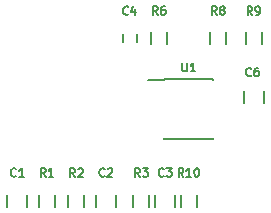
<source format=gto>
G04 #@! TF.FileFunction,Legend,Top*
%FSLAX46Y46*%
G04 Gerber Fmt 4.6, Leading zero omitted, Abs format (unit mm)*
G04 Created by KiCad (PCBNEW 4.0.4-1.fc24-product) date Tue Jun 12 10:10:46 2018*
%MOMM*%
%LPD*%
G01*
G04 APERTURE LIST*
%ADD10C,0.100000*%
%ADD11C,0.150000*%
G04 APERTURE END LIST*
D10*
D11*
X144925000Y-87625000D02*
X144925000Y-87770000D01*
X149075000Y-87625000D02*
X149075000Y-87770000D01*
X149075000Y-92775000D02*
X149075000Y-92630000D01*
X144925000Y-92775000D02*
X144925000Y-92630000D01*
X144925000Y-87625000D02*
X149075000Y-87625000D01*
X144925000Y-92775000D02*
X149075000Y-92775000D01*
X144925000Y-87770000D02*
X143525000Y-87770000D01*
X133350000Y-98500000D02*
X133350000Y-97500000D01*
X131650000Y-97500000D02*
X131650000Y-98500000D01*
X139150000Y-97500000D02*
X139150000Y-98500000D01*
X140850000Y-98500000D02*
X140850000Y-97500000D01*
X144150000Y-97500000D02*
X144150000Y-98500000D01*
X145850000Y-98500000D02*
X145850000Y-97500000D01*
X142600000Y-83850000D02*
X142600000Y-84550000D01*
X141400000Y-84550000D02*
X141400000Y-83850000D01*
X151650000Y-88700000D02*
X151650000Y-89700000D01*
X153350000Y-89700000D02*
X153350000Y-88700000D01*
X135675000Y-97500000D02*
X135675000Y-98500000D01*
X134325000Y-98500000D02*
X134325000Y-97500000D01*
X138175000Y-97500000D02*
X138175000Y-98500000D01*
X136825000Y-98500000D02*
X136825000Y-97500000D01*
X143675000Y-97500000D02*
X143675000Y-98500000D01*
X142325000Y-98500000D02*
X142325000Y-97500000D01*
X145175000Y-83700000D02*
X145175000Y-84700000D01*
X143825000Y-84700000D02*
X143825000Y-83700000D01*
X150175000Y-83700000D02*
X150175000Y-84700000D01*
X148825000Y-84700000D02*
X148825000Y-83700000D01*
X153175000Y-83700000D02*
X153175000Y-84700000D01*
X151825000Y-84700000D02*
X151825000Y-83700000D01*
X146325000Y-98500000D02*
X146325000Y-97500000D01*
X147675000Y-97500000D02*
X147675000Y-98500000D01*
X146466667Y-86316667D02*
X146466667Y-86883333D01*
X146500000Y-86950000D01*
X146533333Y-86983333D01*
X146600000Y-87016667D01*
X146733333Y-87016667D01*
X146800000Y-86983333D01*
X146833333Y-86950000D01*
X146866667Y-86883333D01*
X146866667Y-86316667D01*
X147566666Y-87016667D02*
X147166666Y-87016667D01*
X147366666Y-87016667D02*
X147366666Y-86316667D01*
X147300000Y-86416667D01*
X147233333Y-86483333D01*
X147166666Y-86516667D01*
X132383334Y-95850000D02*
X132350000Y-95883333D01*
X132250000Y-95916667D01*
X132183334Y-95916667D01*
X132083334Y-95883333D01*
X132016667Y-95816667D01*
X131983334Y-95750000D01*
X131950000Y-95616667D01*
X131950000Y-95516667D01*
X131983334Y-95383333D01*
X132016667Y-95316667D01*
X132083334Y-95250000D01*
X132183334Y-95216667D01*
X132250000Y-95216667D01*
X132350000Y-95250000D01*
X132383334Y-95283333D01*
X133050000Y-95916667D02*
X132650000Y-95916667D01*
X132850000Y-95916667D02*
X132850000Y-95216667D01*
X132783334Y-95316667D01*
X132716667Y-95383333D01*
X132650000Y-95416667D01*
X139883334Y-95850000D02*
X139850000Y-95883333D01*
X139750000Y-95916667D01*
X139683334Y-95916667D01*
X139583334Y-95883333D01*
X139516667Y-95816667D01*
X139483334Y-95750000D01*
X139450000Y-95616667D01*
X139450000Y-95516667D01*
X139483334Y-95383333D01*
X139516667Y-95316667D01*
X139583334Y-95250000D01*
X139683334Y-95216667D01*
X139750000Y-95216667D01*
X139850000Y-95250000D01*
X139883334Y-95283333D01*
X140150000Y-95283333D02*
X140183334Y-95250000D01*
X140250000Y-95216667D01*
X140416667Y-95216667D01*
X140483334Y-95250000D01*
X140516667Y-95283333D01*
X140550000Y-95350000D01*
X140550000Y-95416667D01*
X140516667Y-95516667D01*
X140116667Y-95916667D01*
X140550000Y-95916667D01*
X144883334Y-95850000D02*
X144850000Y-95883333D01*
X144750000Y-95916667D01*
X144683334Y-95916667D01*
X144583334Y-95883333D01*
X144516667Y-95816667D01*
X144483334Y-95750000D01*
X144450000Y-95616667D01*
X144450000Y-95516667D01*
X144483334Y-95383333D01*
X144516667Y-95316667D01*
X144583334Y-95250000D01*
X144683334Y-95216667D01*
X144750000Y-95216667D01*
X144850000Y-95250000D01*
X144883334Y-95283333D01*
X145116667Y-95216667D02*
X145550000Y-95216667D01*
X145316667Y-95483333D01*
X145416667Y-95483333D01*
X145483334Y-95516667D01*
X145516667Y-95550000D01*
X145550000Y-95616667D01*
X145550000Y-95783333D01*
X145516667Y-95850000D01*
X145483334Y-95883333D01*
X145416667Y-95916667D01*
X145216667Y-95916667D01*
X145150000Y-95883333D01*
X145116667Y-95850000D01*
X141883334Y-82150000D02*
X141850000Y-82183333D01*
X141750000Y-82216667D01*
X141683334Y-82216667D01*
X141583334Y-82183333D01*
X141516667Y-82116667D01*
X141483334Y-82050000D01*
X141450000Y-81916667D01*
X141450000Y-81816667D01*
X141483334Y-81683333D01*
X141516667Y-81616667D01*
X141583334Y-81550000D01*
X141683334Y-81516667D01*
X141750000Y-81516667D01*
X141850000Y-81550000D01*
X141883334Y-81583333D01*
X142483334Y-81750000D02*
X142483334Y-82216667D01*
X142316667Y-81483333D02*
X142150000Y-81983333D01*
X142583334Y-81983333D01*
X152283334Y-87350000D02*
X152250000Y-87383333D01*
X152150000Y-87416667D01*
X152083334Y-87416667D01*
X151983334Y-87383333D01*
X151916667Y-87316667D01*
X151883334Y-87250000D01*
X151850000Y-87116667D01*
X151850000Y-87016667D01*
X151883334Y-86883333D01*
X151916667Y-86816667D01*
X151983334Y-86750000D01*
X152083334Y-86716667D01*
X152150000Y-86716667D01*
X152250000Y-86750000D01*
X152283334Y-86783333D01*
X152883334Y-86716667D02*
X152750000Y-86716667D01*
X152683334Y-86750000D01*
X152650000Y-86783333D01*
X152583334Y-86883333D01*
X152550000Y-87016667D01*
X152550000Y-87283333D01*
X152583334Y-87350000D01*
X152616667Y-87383333D01*
X152683334Y-87416667D01*
X152816667Y-87416667D01*
X152883334Y-87383333D01*
X152916667Y-87350000D01*
X152950000Y-87283333D01*
X152950000Y-87116667D01*
X152916667Y-87050000D01*
X152883334Y-87016667D01*
X152816667Y-86983333D01*
X152683334Y-86983333D01*
X152616667Y-87016667D01*
X152583334Y-87050000D01*
X152550000Y-87116667D01*
X134883334Y-95916667D02*
X134650000Y-95583333D01*
X134483334Y-95916667D02*
X134483334Y-95216667D01*
X134750000Y-95216667D01*
X134816667Y-95250000D01*
X134850000Y-95283333D01*
X134883334Y-95350000D01*
X134883334Y-95450000D01*
X134850000Y-95516667D01*
X134816667Y-95550000D01*
X134750000Y-95583333D01*
X134483334Y-95583333D01*
X135550000Y-95916667D02*
X135150000Y-95916667D01*
X135350000Y-95916667D02*
X135350000Y-95216667D01*
X135283334Y-95316667D01*
X135216667Y-95383333D01*
X135150000Y-95416667D01*
X137383334Y-95916667D02*
X137150000Y-95583333D01*
X136983334Y-95916667D02*
X136983334Y-95216667D01*
X137250000Y-95216667D01*
X137316667Y-95250000D01*
X137350000Y-95283333D01*
X137383334Y-95350000D01*
X137383334Y-95450000D01*
X137350000Y-95516667D01*
X137316667Y-95550000D01*
X137250000Y-95583333D01*
X136983334Y-95583333D01*
X137650000Y-95283333D02*
X137683334Y-95250000D01*
X137750000Y-95216667D01*
X137916667Y-95216667D01*
X137983334Y-95250000D01*
X138016667Y-95283333D01*
X138050000Y-95350000D01*
X138050000Y-95416667D01*
X138016667Y-95516667D01*
X137616667Y-95916667D01*
X138050000Y-95916667D01*
X142883334Y-95916667D02*
X142650000Y-95583333D01*
X142483334Y-95916667D02*
X142483334Y-95216667D01*
X142750000Y-95216667D01*
X142816667Y-95250000D01*
X142850000Y-95283333D01*
X142883334Y-95350000D01*
X142883334Y-95450000D01*
X142850000Y-95516667D01*
X142816667Y-95550000D01*
X142750000Y-95583333D01*
X142483334Y-95583333D01*
X143116667Y-95216667D02*
X143550000Y-95216667D01*
X143316667Y-95483333D01*
X143416667Y-95483333D01*
X143483334Y-95516667D01*
X143516667Y-95550000D01*
X143550000Y-95616667D01*
X143550000Y-95783333D01*
X143516667Y-95850000D01*
X143483334Y-95883333D01*
X143416667Y-95916667D01*
X143216667Y-95916667D01*
X143150000Y-95883333D01*
X143116667Y-95850000D01*
X144383334Y-82216667D02*
X144150000Y-81883333D01*
X143983334Y-82216667D02*
X143983334Y-81516667D01*
X144250000Y-81516667D01*
X144316667Y-81550000D01*
X144350000Y-81583333D01*
X144383334Y-81650000D01*
X144383334Y-81750000D01*
X144350000Y-81816667D01*
X144316667Y-81850000D01*
X144250000Y-81883333D01*
X143983334Y-81883333D01*
X144983334Y-81516667D02*
X144850000Y-81516667D01*
X144783334Y-81550000D01*
X144750000Y-81583333D01*
X144683334Y-81683333D01*
X144650000Y-81816667D01*
X144650000Y-82083333D01*
X144683334Y-82150000D01*
X144716667Y-82183333D01*
X144783334Y-82216667D01*
X144916667Y-82216667D01*
X144983334Y-82183333D01*
X145016667Y-82150000D01*
X145050000Y-82083333D01*
X145050000Y-81916667D01*
X145016667Y-81850000D01*
X144983334Y-81816667D01*
X144916667Y-81783333D01*
X144783334Y-81783333D01*
X144716667Y-81816667D01*
X144683334Y-81850000D01*
X144650000Y-81916667D01*
X149383334Y-82216667D02*
X149150000Y-81883333D01*
X148983334Y-82216667D02*
X148983334Y-81516667D01*
X149250000Y-81516667D01*
X149316667Y-81550000D01*
X149350000Y-81583333D01*
X149383334Y-81650000D01*
X149383334Y-81750000D01*
X149350000Y-81816667D01*
X149316667Y-81850000D01*
X149250000Y-81883333D01*
X148983334Y-81883333D01*
X149783334Y-81816667D02*
X149716667Y-81783333D01*
X149683334Y-81750000D01*
X149650000Y-81683333D01*
X149650000Y-81650000D01*
X149683334Y-81583333D01*
X149716667Y-81550000D01*
X149783334Y-81516667D01*
X149916667Y-81516667D01*
X149983334Y-81550000D01*
X150016667Y-81583333D01*
X150050000Y-81650000D01*
X150050000Y-81683333D01*
X150016667Y-81750000D01*
X149983334Y-81783333D01*
X149916667Y-81816667D01*
X149783334Y-81816667D01*
X149716667Y-81850000D01*
X149683334Y-81883333D01*
X149650000Y-81950000D01*
X149650000Y-82083333D01*
X149683334Y-82150000D01*
X149716667Y-82183333D01*
X149783334Y-82216667D01*
X149916667Y-82216667D01*
X149983334Y-82183333D01*
X150016667Y-82150000D01*
X150050000Y-82083333D01*
X150050000Y-81950000D01*
X150016667Y-81883333D01*
X149983334Y-81850000D01*
X149916667Y-81816667D01*
X152383334Y-82216667D02*
X152150000Y-81883333D01*
X151983334Y-82216667D02*
X151983334Y-81516667D01*
X152250000Y-81516667D01*
X152316667Y-81550000D01*
X152350000Y-81583333D01*
X152383334Y-81650000D01*
X152383334Y-81750000D01*
X152350000Y-81816667D01*
X152316667Y-81850000D01*
X152250000Y-81883333D01*
X151983334Y-81883333D01*
X152716667Y-82216667D02*
X152850000Y-82216667D01*
X152916667Y-82183333D01*
X152950000Y-82150000D01*
X153016667Y-82050000D01*
X153050000Y-81916667D01*
X153050000Y-81650000D01*
X153016667Y-81583333D01*
X152983334Y-81550000D01*
X152916667Y-81516667D01*
X152783334Y-81516667D01*
X152716667Y-81550000D01*
X152683334Y-81583333D01*
X152650000Y-81650000D01*
X152650000Y-81816667D01*
X152683334Y-81883333D01*
X152716667Y-81916667D01*
X152783334Y-81950000D01*
X152916667Y-81950000D01*
X152983334Y-81916667D01*
X153016667Y-81883333D01*
X153050000Y-81816667D01*
X146550000Y-95916667D02*
X146316666Y-95583333D01*
X146150000Y-95916667D02*
X146150000Y-95216667D01*
X146416666Y-95216667D01*
X146483333Y-95250000D01*
X146516666Y-95283333D01*
X146550000Y-95350000D01*
X146550000Y-95450000D01*
X146516666Y-95516667D01*
X146483333Y-95550000D01*
X146416666Y-95583333D01*
X146150000Y-95583333D01*
X147216666Y-95916667D02*
X146816666Y-95916667D01*
X147016666Y-95916667D02*
X147016666Y-95216667D01*
X146950000Y-95316667D01*
X146883333Y-95383333D01*
X146816666Y-95416667D01*
X147650000Y-95216667D02*
X147716667Y-95216667D01*
X147783333Y-95250000D01*
X147816667Y-95283333D01*
X147850000Y-95350000D01*
X147883333Y-95483333D01*
X147883333Y-95650000D01*
X147850000Y-95783333D01*
X147816667Y-95850000D01*
X147783333Y-95883333D01*
X147716667Y-95916667D01*
X147650000Y-95916667D01*
X147583333Y-95883333D01*
X147550000Y-95850000D01*
X147516667Y-95783333D01*
X147483333Y-95650000D01*
X147483333Y-95483333D01*
X147516667Y-95350000D01*
X147550000Y-95283333D01*
X147583333Y-95250000D01*
X147650000Y-95216667D01*
M02*

</source>
